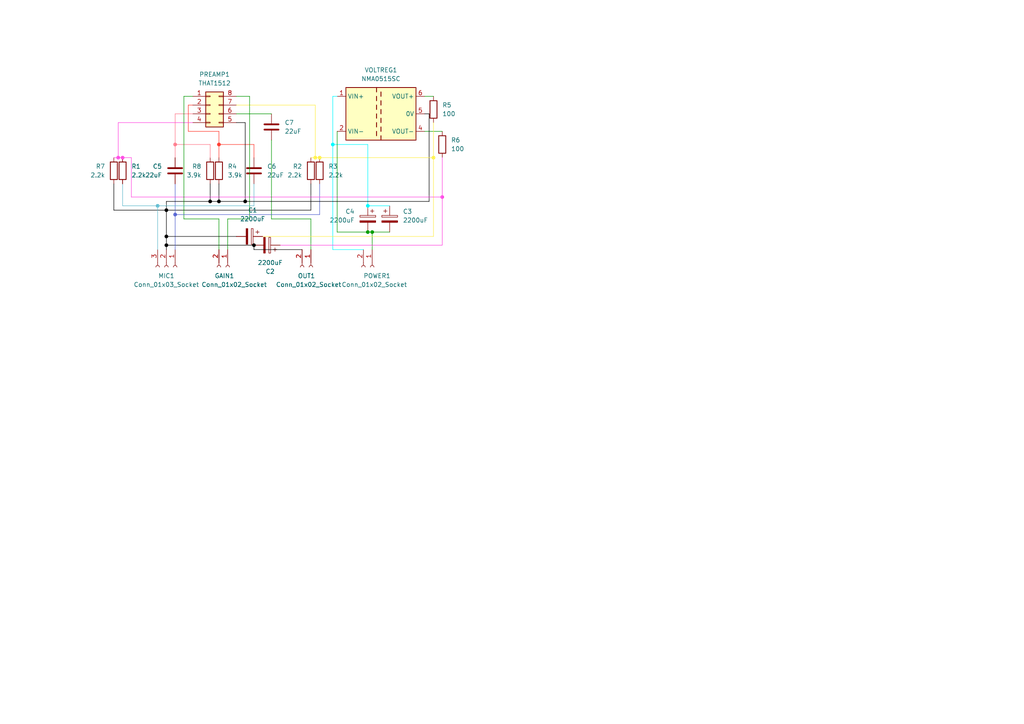
<source format=kicad_sch>
(kicad_sch (version 20230121) (generator eeschema)

  (uuid 7951d17e-10c0-40da-abb1-320b92354250)

  (paper "A4")

  (lib_symbols
    (symbol "Connector:Conn_01x02_Socket" (pin_names (offset 1.016) hide) (in_bom yes) (on_board yes)
      (property "Reference" "J" (at 0 2.54 0)
        (effects (font (size 1.27 1.27)))
      )
      (property "Value" "Conn_01x02_Socket" (at 0 -5.08 0)
        (effects (font (size 1.27 1.27)))
      )
      (property "Footprint" "" (at 0 0 0)
        (effects (font (size 1.27 1.27)) hide)
      )
      (property "Datasheet" "~" (at 0 0 0)
        (effects (font (size 1.27 1.27)) hide)
      )
      (property "ki_locked" "" (at 0 0 0)
        (effects (font (size 1.27 1.27)))
      )
      (property "ki_keywords" "connector" (at 0 0 0)
        (effects (font (size 1.27 1.27)) hide)
      )
      (property "ki_description" "Generic connector, single row, 01x02, script generated" (at 0 0 0)
        (effects (font (size 1.27 1.27)) hide)
      )
      (property "ki_fp_filters" "Connector*:*_1x??_*" (at 0 0 0)
        (effects (font (size 1.27 1.27)) hide)
      )
      (symbol "Conn_01x02_Socket_1_1"
        (arc (start 0 -2.032) (mid -0.5058 -2.54) (end 0 -3.048)
          (stroke (width 0.1524) (type default))
          (fill (type none))
        )
        (polyline
          (pts
            (xy -1.27 -2.54)
            (xy -0.508 -2.54)
          )
          (stroke (width 0.1524) (type default))
          (fill (type none))
        )
        (polyline
          (pts
            (xy -1.27 0)
            (xy -0.508 0)
          )
          (stroke (width 0.1524) (type default))
          (fill (type none))
        )
        (arc (start 0 0.508) (mid -0.5058 0) (end 0 -0.508)
          (stroke (width 0.1524) (type default))
          (fill (type none))
        )
        (pin passive line (at -5.08 0 0) (length 3.81)
          (name "Pin_1" (effects (font (size 1.27 1.27))))
          (number "1" (effects (font (size 1.27 1.27))))
        )
        (pin passive line (at -5.08 -2.54 0) (length 3.81)
          (name "Pin_2" (effects (font (size 1.27 1.27))))
          (number "2" (effects (font (size 1.27 1.27))))
        )
      )
    )
    (symbol "Connector:Conn_01x03_Socket" (pin_names (offset 1.016) hide) (in_bom yes) (on_board yes)
      (property "Reference" "J" (at 0 5.08 0)
        (effects (font (size 1.27 1.27)))
      )
      (property "Value" "Conn_01x03_Socket" (at 0 -5.08 0)
        (effects (font (size 1.27 1.27)))
      )
      (property "Footprint" "" (at 0 0 0)
        (effects (font (size 1.27 1.27)) hide)
      )
      (property "Datasheet" "~" (at 0 0 0)
        (effects (font (size 1.27 1.27)) hide)
      )
      (property "ki_locked" "" (at 0 0 0)
        (effects (font (size 1.27 1.27)))
      )
      (property "ki_keywords" "connector" (at 0 0 0)
        (effects (font (size 1.27 1.27)) hide)
      )
      (property "ki_description" "Generic connector, single row, 01x03, script generated" (at 0 0 0)
        (effects (font (size 1.27 1.27)) hide)
      )
      (property "ki_fp_filters" "Connector*:*_1x??_*" (at 0 0 0)
        (effects (font (size 1.27 1.27)) hide)
      )
      (symbol "Conn_01x03_Socket_1_1"
        (arc (start 0 -2.032) (mid -0.5058 -2.54) (end 0 -3.048)
          (stroke (width 0.1524) (type default))
          (fill (type none))
        )
        (polyline
          (pts
            (xy -1.27 -2.54)
            (xy -0.508 -2.54)
          )
          (stroke (width 0.1524) (type default))
          (fill (type none))
        )
        (polyline
          (pts
            (xy -1.27 0)
            (xy -0.508 0)
          )
          (stroke (width 0.1524) (type default))
          (fill (type none))
        )
        (polyline
          (pts
            (xy -1.27 2.54)
            (xy -0.508 2.54)
          )
          (stroke (width 0.1524) (type default))
          (fill (type none))
        )
        (arc (start 0 0.508) (mid -0.5058 0) (end 0 -0.508)
          (stroke (width 0.1524) (type default))
          (fill (type none))
        )
        (arc (start 0 3.048) (mid -0.5058 2.54) (end 0 2.032)
          (stroke (width 0.1524) (type default))
          (fill (type none))
        )
        (pin passive line (at -5.08 2.54 0) (length 3.81)
          (name "Pin_1" (effects (font (size 1.27 1.27))))
          (number "1" (effects (font (size 1.27 1.27))))
        )
        (pin passive line (at -5.08 0 0) (length 3.81)
          (name "Pin_2" (effects (font (size 1.27 1.27))))
          (number "2" (effects (font (size 1.27 1.27))))
        )
        (pin passive line (at -5.08 -2.54 0) (length 3.81)
          (name "Pin_3" (effects (font (size 1.27 1.27))))
          (number "3" (effects (font (size 1.27 1.27))))
        )
      )
    )
    (symbol "Connector_Generic:Conn_02x04_Counter_Clockwise" (pin_names (offset 1.016) hide) (in_bom yes) (on_board yes)
      (property "Reference" "J" (at 1.27 5.08 0)
        (effects (font (size 1.27 1.27)))
      )
      (property "Value" "Conn_02x04_Counter_Clockwise" (at 1.27 -7.62 0)
        (effects (font (size 1.27 1.27)))
      )
      (property "Footprint" "" (at 0 0 0)
        (effects (font (size 1.27 1.27)) hide)
      )
      (property "Datasheet" "~" (at 0 0 0)
        (effects (font (size 1.27 1.27)) hide)
      )
      (property "ki_keywords" "connector" (at 0 0 0)
        (effects (font (size 1.27 1.27)) hide)
      )
      (property "ki_description" "Generic connector, double row, 02x04, counter clockwise pin numbering scheme (similar to DIP package numbering), script generated (kicad-library-utils/schlib/autogen/connector/)" (at 0 0 0)
        (effects (font (size 1.27 1.27)) hide)
      )
      (property "ki_fp_filters" "Connector*:*_2x??_*" (at 0 0 0)
        (effects (font (size 1.27 1.27)) hide)
      )
      (symbol "Conn_02x04_Counter_Clockwise_1_1"
        (rectangle (start -1.27 -4.953) (end 0 -5.207)
          (stroke (width 0.1524) (type default))
          (fill (type none))
        )
        (rectangle (start -1.27 -2.413) (end 0 -2.667)
          (stroke (width 0.1524) (type default))
          (fill (type none))
        )
        (rectangle (start -1.27 0.127) (end 0 -0.127)
          (stroke (width 0.1524) (type default))
          (fill (type none))
        )
        (rectangle (start -1.27 2.667) (end 0 2.413)
          (stroke (width 0.1524) (type default))
          (fill (type none))
        )
        (rectangle (start -1.27 3.81) (end 3.81 -6.35)
          (stroke (width 0.254) (type default))
          (fill (type background))
        )
        (rectangle (start 3.81 -4.953) (end 2.54 -5.207)
          (stroke (width 0.1524) (type default))
          (fill (type none))
        )
        (rectangle (start 3.81 -2.413) (end 2.54 -2.667)
          (stroke (width 0.1524) (type default))
          (fill (type none))
        )
        (rectangle (start 3.81 0.127) (end 2.54 -0.127)
          (stroke (width 0.1524) (type default))
          (fill (type none))
        )
        (rectangle (start 3.81 2.667) (end 2.54 2.413)
          (stroke (width 0.1524) (type default))
          (fill (type none))
        )
        (pin passive line (at -5.08 2.54 0) (length 3.81)
          (name "Pin_1" (effects (font (size 1.27 1.27))))
          (number "1" (effects (font (size 1.27 1.27))))
        )
        (pin passive line (at -5.08 0 0) (length 3.81)
          (name "Pin_2" (effects (font (size 1.27 1.27))))
          (number "2" (effects (font (size 1.27 1.27))))
        )
        (pin passive line (at -5.08 -2.54 0) (length 3.81)
          (name "Pin_3" (effects (font (size 1.27 1.27))))
          (number "3" (effects (font (size 1.27 1.27))))
        )
        (pin passive line (at -5.08 -5.08 0) (length 3.81)
          (name "Pin_4" (effects (font (size 1.27 1.27))))
          (number "4" (effects (font (size 1.27 1.27))))
        )
        (pin passive line (at 7.62 -5.08 180) (length 3.81)
          (name "Pin_5" (effects (font (size 1.27 1.27))))
          (number "5" (effects (font (size 1.27 1.27))))
        )
        (pin passive line (at 7.62 -2.54 180) (length 3.81)
          (name "Pin_6" (effects (font (size 1.27 1.27))))
          (number "6" (effects (font (size 1.27 1.27))))
        )
        (pin passive line (at 7.62 0 180) (length 3.81)
          (name "Pin_7" (effects (font (size 1.27 1.27))))
          (number "7" (effects (font (size 1.27 1.27))))
        )
        (pin passive line (at 7.62 2.54 180) (length 3.81)
          (name "Pin_8" (effects (font (size 1.27 1.27))))
          (number "8" (effects (font (size 1.27 1.27))))
        )
      )
    )
    (symbol "Device:C" (pin_numbers hide) (pin_names (offset 0.254)) (in_bom yes) (on_board yes)
      (property "Reference" "C" (at 0.635 2.54 0)
        (effects (font (size 1.27 1.27)) (justify left))
      )
      (property "Value" "C" (at 0.635 -2.54 0)
        (effects (font (size 1.27 1.27)) (justify left))
      )
      (property "Footprint" "" (at 0.9652 -3.81 0)
        (effects (font (size 1.27 1.27)) hide)
      )
      (property "Datasheet" "~" (at 0 0 0)
        (effects (font (size 1.27 1.27)) hide)
      )
      (property "ki_keywords" "cap capacitor" (at 0 0 0)
        (effects (font (size 1.27 1.27)) hide)
      )
      (property "ki_description" "Unpolarized capacitor" (at 0 0 0)
        (effects (font (size 1.27 1.27)) hide)
      )
      (property "ki_fp_filters" "C_*" (at 0 0 0)
        (effects (font (size 1.27 1.27)) hide)
      )
      (symbol "C_0_1"
        (polyline
          (pts
            (xy -2.032 -0.762)
            (xy 2.032 -0.762)
          )
          (stroke (width 0.508) (type default))
          (fill (type none))
        )
        (polyline
          (pts
            (xy -2.032 0.762)
            (xy 2.032 0.762)
          )
          (stroke (width 0.508) (type default))
          (fill (type none))
        )
      )
      (symbol "C_1_1"
        (pin passive line (at 0 3.81 270) (length 2.794)
          (name "~" (effects (font (size 1.27 1.27))))
          (number "1" (effects (font (size 1.27 1.27))))
        )
        (pin passive line (at 0 -3.81 90) (length 2.794)
          (name "~" (effects (font (size 1.27 1.27))))
          (number "2" (effects (font (size 1.27 1.27))))
        )
      )
    )
    (symbol "Device:C_Polarized" (pin_numbers hide) (pin_names (offset 0.254)) (in_bom yes) (on_board yes)
      (property "Reference" "C" (at 0.635 2.54 0)
        (effects (font (size 1.27 1.27)) (justify left))
      )
      (property "Value" "C_Polarized" (at 0.635 -2.54 0)
        (effects (font (size 1.27 1.27)) (justify left))
      )
      (property "Footprint" "" (at 0.9652 -3.81 0)
        (effects (font (size 1.27 1.27)) hide)
      )
      (property "Datasheet" "~" (at 0 0 0)
        (effects (font (size 1.27 1.27)) hide)
      )
      (property "ki_keywords" "cap capacitor" (at 0 0 0)
        (effects (font (size 1.27 1.27)) hide)
      )
      (property "ki_description" "Polarized capacitor" (at 0 0 0)
        (effects (font (size 1.27 1.27)) hide)
      )
      (property "ki_fp_filters" "CP_*" (at 0 0 0)
        (effects (font (size 1.27 1.27)) hide)
      )
      (symbol "C_Polarized_0_1"
        (rectangle (start -2.286 0.508) (end 2.286 1.016)
          (stroke (width 0) (type default))
          (fill (type none))
        )
        (polyline
          (pts
            (xy -1.778 2.286)
            (xy -0.762 2.286)
          )
          (stroke (width 0) (type default))
          (fill (type none))
        )
        (polyline
          (pts
            (xy -1.27 2.794)
            (xy -1.27 1.778)
          )
          (stroke (width 0) (type default))
          (fill (type none))
        )
        (rectangle (start 2.286 -0.508) (end -2.286 -1.016)
          (stroke (width 0) (type default))
          (fill (type outline))
        )
      )
      (symbol "C_Polarized_1_1"
        (pin passive line (at 0 3.81 270) (length 2.794)
          (name "~" (effects (font (size 1.27 1.27))))
          (number "1" (effects (font (size 1.27 1.27))))
        )
        (pin passive line (at 0 -3.81 90) (length 2.794)
          (name "~" (effects (font (size 1.27 1.27))))
          (number "2" (effects (font (size 1.27 1.27))))
        )
      )
    )
    (symbol "Device:R" (pin_numbers hide) (pin_names (offset 0)) (in_bom yes) (on_board yes)
      (property "Reference" "R" (at 2.032 0 90)
        (effects (font (size 1.27 1.27)))
      )
      (property "Value" "R" (at 0 0 90)
        (effects (font (size 1.27 1.27)))
      )
      (property "Footprint" "" (at -1.778 0 90)
        (effects (font (size 1.27 1.27)) hide)
      )
      (property "Datasheet" "~" (at 0 0 0)
        (effects (font (size 1.27 1.27)) hide)
      )
      (property "ki_keywords" "R res resistor" (at 0 0 0)
        (effects (font (size 1.27 1.27)) hide)
      )
      (property "ki_description" "Resistor" (at 0 0 0)
        (effects (font (size 1.27 1.27)) hide)
      )
      (property "ki_fp_filters" "R_*" (at 0 0 0)
        (effects (font (size 1.27 1.27)) hide)
      )
      (symbol "R_0_1"
        (rectangle (start -1.016 -2.54) (end 1.016 2.54)
          (stroke (width 0.254) (type default))
          (fill (type none))
        )
      )
      (symbol "R_1_1"
        (pin passive line (at 0 3.81 270) (length 1.27)
          (name "~" (effects (font (size 1.27 1.27))))
          (number "1" (effects (font (size 1.27 1.27))))
        )
        (pin passive line (at 0 -3.81 90) (length 1.27)
          (name "~" (effects (font (size 1.27 1.27))))
          (number "2" (effects (font (size 1.27 1.27))))
        )
      )
    )
    (symbol "Regulator_Switching:NMA0515SC" (in_bom yes) (on_board yes)
      (property "Reference" "U" (at -10.16 8.89 0)
        (effects (font (size 1.27 1.27)) (justify left))
      )
      (property "Value" "NMA0515SC" (at 0 8.89 0)
        (effects (font (size 1.27 1.27)) (justify left))
      )
      (property "Footprint" "Converter_DCDC:Converter_DCDC_Murata_NMAxxxxSC_THT" (at 0 -8.89 0)
        (effects (font (size 1.27 1.27) italic) hide)
      )
      (property "Datasheet" "http://power.murata.com/data/power/ncl/kdc_nma.pdf" (at 0 0 0)
        (effects (font (size 1.27 1.27)) hide)
      )
      (property "ki_keywords" "Murata isolated isolation dc-dc converter" (at 0 0 0)
        (effects (font (size 1.27 1.27)) hide)
      )
      (property "ki_description" "+/-33mA Isolated 1W Dual output DC/DC Converter Module, 5V Input Voltage, +/-15V Output Voltage, SIP3" (at 0 0 0)
        (effects (font (size 1.27 1.27)) hide)
      )
      (property "ki_fp_filters" "Converter*DCDC*Murata*NMAxxxxSC*" (at 0 0 0)
        (effects (font (size 1.27 1.27)) hide)
      )
      (symbol "NMA0515SC_0_1"
        (rectangle (start -10.16 7.62) (end 10.16 -7.62)
          (stroke (width 0.254) (type default))
          (fill (type background))
        )
        (polyline
          (pts
            (xy -1.27 -5.08)
            (xy -1.27 -6.35)
          )
          (stroke (width 0.254) (type default))
          (fill (type none))
        )
        (polyline
          (pts
            (xy -1.27 -2.54)
            (xy -1.27 -3.81)
          )
          (stroke (width 0.254) (type default))
          (fill (type none))
        )
        (polyline
          (pts
            (xy -1.27 0)
            (xy -1.27 -1.27)
          )
          (stroke (width 0.254) (type default))
          (fill (type none))
        )
        (polyline
          (pts
            (xy -1.27 2.54)
            (xy -1.27 1.27)
          )
          (stroke (width 0.254) (type default))
          (fill (type none))
        )
        (polyline
          (pts
            (xy -1.27 5.08)
            (xy -1.27 3.81)
          )
          (stroke (width 0.254) (type default))
          (fill (type none))
        )
        (polyline
          (pts
            (xy -1.27 7.62)
            (xy -1.27 6.35)
          )
          (stroke (width 0.254) (type default))
          (fill (type none))
        )
        (polyline
          (pts
            (xy 0 -7.62)
            (xy 0 -6.35)
          )
          (stroke (width 0.254) (type default))
          (fill (type none))
        )
        (polyline
          (pts
            (xy 0 -5.08)
            (xy 0 -3.81)
          )
          (stroke (width 0.254) (type default))
          (fill (type none))
        )
        (polyline
          (pts
            (xy 0 -1.27)
            (xy 0 -2.54)
          )
          (stroke (width 0.254) (type default))
          (fill (type none))
        )
        (polyline
          (pts
            (xy 0 0)
            (xy 0 1.27)
          )
          (stroke (width 0.254) (type default))
          (fill (type none))
        )
        (polyline
          (pts
            (xy 0 2.54)
            (xy 0 3.81)
          )
          (stroke (width 0.254) (type default))
          (fill (type none))
        )
        (polyline
          (pts
            (xy 0 5.08)
            (xy 0 6.35)
          )
          (stroke (width 0.254) (type default))
          (fill (type none))
        )
      )
      (symbol "NMA0515SC_1_1"
        (pin power_in line (at -12.7 5.08 0) (length 2.54)
          (name "VIN+" (effects (font (size 1.27 1.27))))
          (number "1" (effects (font (size 1.27 1.27))))
        )
        (pin power_in line (at -12.7 -5.08 0) (length 2.54)
          (name "VIN-" (effects (font (size 1.27 1.27))))
          (number "2" (effects (font (size 1.27 1.27))))
        )
        (pin power_out line (at 12.7 -5.08 180) (length 2.54)
          (name "VOUT-" (effects (font (size 1.27 1.27))))
          (number "4" (effects (font (size 1.27 1.27))))
        )
        (pin power_out line (at 12.7 0 180) (length 2.54)
          (name "0V" (effects (font (size 1.27 1.27))))
          (number "5" (effects (font (size 1.27 1.27))))
        )
        (pin power_out line (at 12.7 5.08 180) (length 2.54)
          (name "VOUT+" (effects (font (size 1.27 1.27))))
          (number "6" (effects (font (size 1.27 1.27))))
        )
      )
    )
  )

  (junction (at 48.26 68.58) (diameter 0) (color 0 0 0 1)
    (uuid 0094d8b0-52cf-4ad4-bdeb-33ab89b52a6a)
  )
  (junction (at 106.68 59.69) (diameter 0) (color 0 248 255 1)
    (uuid 387683f0-4133-4452-bf98-ecb6d4fe73c8)
  )
  (junction (at 107.95 67.31) (diameter 0) (color 0 0 0 0)
    (uuid 38faa215-d9a3-45d1-8044-bf4909401dc0)
  )
  (junction (at 125.73 45.72) (diameter 0) (color 255 237 75 1)
    (uuid 3e3a01a7-d755-42c1-a8fb-b85105d87f12)
  )
  (junction (at 35.56 45.72) (diameter 0) (color 255 73 224 1)
    (uuid 414d3b35-b6d1-4afd-8ead-86eb582154cb)
  )
  (junction (at 45.72 59.69) (diameter 0) (color 97 185 205 1)
    (uuid 60038228-9ad4-4840-8c24-adaf561ab3ff)
  )
  (junction (at 48.26 60.96) (diameter 0) (color 0 0 0 1)
    (uuid 7ef52e5d-f930-4ae6-9124-945e7c1a36b3)
  )
  (junction (at 50.8 62.23) (diameter 0) (color 83 97 205 1)
    (uuid 7fd21a0e-a6db-4558-8d8b-57980208b04b)
  )
  (junction (at 34.29 45.72) (diameter 0) (color 255 73 224 1)
    (uuid 9666233b-67af-46ee-9dae-51afb57cd62d)
  )
  (junction (at 63.5 41.91) (diameter 0) (color 255 57 45 1)
    (uuid a9c7adc0-3f00-4a8e-beca-8d36b51c8187)
  )
  (junction (at 60.96 58.42) (diameter 0) (color 0 0 0 1)
    (uuid ac4ba592-624c-469b-934c-9cbf1753f53a)
  )
  (junction (at 73.66 71.12) (diameter 0) (color 0 0 0 1)
    (uuid ba720ea7-050a-4440-aa01-0af6f75893c7)
  )
  (junction (at 50.8 41.91) (diameter 0) (color 255 120 137 1)
    (uuid cd2530a3-66ce-4b83-a4d0-5374244fdece)
  )
  (junction (at 63.5 58.42) (diameter 0) (color 0 0 0 1)
    (uuid d72ca0b9-0969-4538-bd5f-ecc4b8554f5f)
  )
  (junction (at 48.26 71.12) (diameter 0) (color 0 0 0 1)
    (uuid d7455ed4-4bc3-48ea-8262-048c6be92501)
  )
  (junction (at 92.71 45.72) (diameter 0) (color 255 237 75 1)
    (uuid e6d06bbf-39f1-43eb-8fa7-bad37b9b891b)
  )
  (junction (at 96.52 41.91) (diameter 0) (color 0 248 255 1)
    (uuid ea119bf3-0643-4f49-bcbb-3bcc1241d5c2)
  )
  (junction (at 128.27 57.15) (diameter 0) (color 255 73 224 1)
    (uuid eb59a7d8-c3c0-4581-a3ab-93a43379e2e1)
  )
  (junction (at 91.44 45.72) (diameter 0) (color 255 237 75 1)
    (uuid efb773ed-de52-4a19-b732-e0dad396f530)
  )
  (junction (at 106.68 67.31) (diameter 0) (color 0 0 0 0)
    (uuid f18ebbf9-3837-4a02-8d2a-b6fd483732de)
  )
  (junction (at 71.12 58.42) (diameter 0) (color 0 0 0 1)
    (uuid fa78f99a-f6ac-4154-b615-4f3d8655ccd3)
  )

  (wire (pts (xy 106.68 59.69) (xy 106.68 41.91))
    (stroke (width 0) (type default) (color 0 248 255 1))
    (uuid 0590b794-bcc2-4ad6-9824-1fd7acbaffde)
  )
  (wire (pts (xy 71.12 35.56) (xy 71.12 58.42))
    (stroke (width 0) (type default) (color 0 0 0 1))
    (uuid 0ed628e0-5036-48c7-810a-11224feb2678)
  )
  (wire (pts (xy 34.29 45.72) (xy 33.02 45.72))
    (stroke (width 0) (type default) (color 255 73 224 1))
    (uuid 0f956dc1-a630-494f-b7c0-5bd00ebafecd)
  )
  (wire (pts (xy 87.63 72.39) (xy 73.66 72.39))
    (stroke (width 0) (type default) (color 0 0 0 1))
    (uuid 13cbd299-a932-4160-a2cf-cd679b0ccc66)
  )
  (wire (pts (xy 66.04 72.39) (xy 66.04 63.5))
    (stroke (width 0) (type default))
    (uuid 1707e10d-0bcf-4819-9051-3091f809d28f)
  )
  (wire (pts (xy 48.26 68.58) (xy 48.26 71.12))
    (stroke (width 0) (type default) (color 0 0 0 1))
    (uuid 1933f4f3-590e-4031-b874-34dd953ffdf2)
  )
  (wire (pts (xy 128.27 57.15) (xy 128.27 45.72))
    (stroke (width 0) (type default) (color 255 73 224 1))
    (uuid 1a02d55e-f8bb-447e-a088-964bc08c69bf)
  )
  (wire (pts (xy 92.71 53.34) (xy 92.71 62.23))
    (stroke (width 0) (type default) (color 83 97 205 1))
    (uuid 1b977690-3607-4927-b047-251c86686cce)
  )
  (wire (pts (xy 90.17 60.96) (xy 48.26 60.96))
    (stroke (width 0) (type default) (color 0 0 0 1))
    (uuid 1de453eb-5031-48a8-86f8-beeaa8240bf0)
  )
  (wire (pts (xy 38.1 45.72) (xy 38.1 57.15))
    (stroke (width 0) (type default) (color 255 73 224 1))
    (uuid 257744e0-4062-4b36-9bc4-8491b88d6afc)
  )
  (wire (pts (xy 91.44 30.48) (xy 91.44 45.72))
    (stroke (width 0) (type default) (color 255 237 75 1))
    (uuid 2752f999-ebb4-494f-821b-eb869892da61)
  )
  (wire (pts (xy 38.1 57.15) (xy 128.27 57.15))
    (stroke (width 0) (type default) (color 255 73 224 1))
    (uuid 283a1d59-fa3e-43ec-9450-2a0754f77b65)
  )
  (wire (pts (xy 48.26 58.42) (xy 48.26 60.96))
    (stroke (width 0) (type default) (color 0 0 0 1))
    (uuid 2d3c1386-53d5-43e9-bccf-168348fb77ba)
  )
  (wire (pts (xy 60.96 41.91) (xy 60.96 45.72))
    (stroke (width 0) (type default) (color 255 120 137 1))
    (uuid 31938792-3626-4386-a766-b880ffc847ab)
  )
  (wire (pts (xy 68.58 33.02) (xy 78.74 33.02))
    (stroke (width 0) (type default))
    (uuid 31e1c9a0-65db-497d-a341-c581c86a87a2)
  )
  (wire (pts (xy 66.04 63.5) (xy 72.39 63.5))
    (stroke (width 0) (type default))
    (uuid 323bf1db-810d-4bd2-9387-a5d0707f6cf2)
  )
  (wire (pts (xy 35.56 59.69) (xy 45.72 59.69))
    (stroke (width 0) (type default) (color 97 185 205 1))
    (uuid 363c2bd2-47fd-4e12-bb24-579a186bffec)
  )
  (wire (pts (xy 63.5 72.39) (xy 63.5 63.5))
    (stroke (width 0) (type default))
    (uuid 374ef7a4-b868-4e5f-929f-fd8a3e56aeb6)
  )
  (wire (pts (xy 48.26 68.58) (xy 68.58 68.58))
    (stroke (width 0) (type default) (color 0 0 0 1))
    (uuid 3bfe3e85-2558-4448-9897-194d3a814d49)
  )
  (wire (pts (xy 125.73 35.56) (xy 125.73 45.72))
    (stroke (width 0) (type default) (color 255 237 75 1))
    (uuid 3d949d2a-9c5c-4da2-b9c6-d84efdff082a)
  )
  (wire (pts (xy 128.27 71.12) (xy 128.27 57.15))
    (stroke (width 0) (type default) (color 255 73 224 1))
    (uuid 3f50d108-72c3-4b9b-8f34-83ce8561f797)
  )
  (wire (pts (xy 78.74 40.64) (xy 78.74 63.5))
    (stroke (width 0) (type default))
    (uuid 428428f9-ccaf-42fe-bfd1-4992a995a55c)
  )
  (wire (pts (xy 123.19 33.02) (xy 124.46 33.02))
    (stroke (width 0) (type default) (color 0 0 0 1))
    (uuid 4d72829a-d4c0-475d-a56b-537d92cfa6cd)
  )
  (wire (pts (xy 50.8 45.72) (xy 50.8 41.91))
    (stroke (width 0) (type default) (color 255 120 137 1))
    (uuid 51c6dae1-6f43-4153-9e56-f457a5c4da06)
  )
  (wire (pts (xy 90.17 63.5) (xy 90.17 72.39))
    (stroke (width 0) (type default))
    (uuid 52c3c035-b906-4fbb-835f-0d96bc1f2d18)
  )
  (wire (pts (xy 92.71 45.72) (xy 125.73 45.72))
    (stroke (width 0) (type default) (color 255 237 75 1))
    (uuid 5449524c-7f03-46e1-8e5d-ac57e829d19d)
  )
  (wire (pts (xy 123.19 27.94) (xy 125.73 27.94))
    (stroke (width 0) (type default))
    (uuid 583548b9-fd85-471f-acf1-0034a2926ba6)
  )
  (wire (pts (xy 96.52 41.91) (xy 96.52 27.94))
    (stroke (width 0) (type default) (color 0 248 255 1))
    (uuid 650f459f-a079-482b-bac9-65815c56aa94)
  )
  (wire (pts (xy 35.56 53.34) (xy 35.56 59.69))
    (stroke (width 0) (type default) (color 97 185 205 1))
    (uuid 655d1972-88de-4f09-be36-96174568317d)
  )
  (wire (pts (xy 107.95 67.31) (xy 113.03 67.31))
    (stroke (width 0) (type default))
    (uuid 66b7c3bb-b8c7-405b-ac9e-9b05f4794df5)
  )
  (wire (pts (xy 45.72 59.69) (xy 45.72 72.39))
    (stroke (width 0) (type default) (color 97 185 205 1))
    (uuid 694f4410-9063-44a7-a228-ed4628e3f15b)
  )
  (wire (pts (xy 54.61 38.1) (xy 54.61 30.48))
    (stroke (width 0) (type default) (color 255 57 45 1))
    (uuid 6c12aba7-d609-46b5-ae14-5edbeb2700c9)
  )
  (wire (pts (xy 81.28 71.12) (xy 128.27 71.12))
    (stroke (width 0) (type default) (color 255 73 224 1))
    (uuid 6c37a5c9-3e2c-4202-b911-974695384835)
  )
  (wire (pts (xy 53.34 63.5) (xy 53.34 27.94))
    (stroke (width 0) (type default))
    (uuid 7896d8ca-22b2-4e17-b16a-60852ca56304)
  )
  (wire (pts (xy 63.5 41.91) (xy 73.66 41.91))
    (stroke (width 0) (type default) (color 255 57 45 1))
    (uuid 79cd52ed-9620-4386-a5a4-028c19d90e85)
  )
  (wire (pts (xy 97.79 67.31) (xy 97.79 38.1))
    (stroke (width 0) (type default))
    (uuid 7cf5053c-92ea-4d4d-a219-946aec4de1b8)
  )
  (wire (pts (xy 63.5 58.42) (xy 60.96 58.42))
    (stroke (width 0) (type default) (color 0 0 0 1))
    (uuid 7d4bfc07-538d-420c-bd7e-2cc02f89474f)
  )
  (wire (pts (xy 71.12 35.56) (xy 68.58 35.56))
    (stroke (width 0) (type default) (color 0 0 0 1))
    (uuid 7d72d506-a40a-4614-a6f5-05d3b785be2f)
  )
  (wire (pts (xy 125.73 68.58) (xy 76.2 68.58))
    (stroke (width 0) (type default) (color 255 237 75 1))
    (uuid 7eeada64-15e6-41de-93e4-3f10797261bb)
  )
  (wire (pts (xy 73.66 53.34) (xy 73.66 59.69))
    (stroke (width 0) (type default) (color 97 185 205 1))
    (uuid 823e6202-8da0-4fe0-8c44-9082a68893af)
  )
  (wire (pts (xy 50.8 41.91) (xy 60.96 41.91))
    (stroke (width 0) (type default) (color 255 120 137 1))
    (uuid 881c6fdc-6444-43da-8fc3-2b8781846a39)
  )
  (wire (pts (xy 106.68 41.91) (xy 96.52 41.91))
    (stroke (width 0) (type default) (color 0 248 255 1))
    (uuid 88a5db2f-2233-493a-babf-9c515b30e7b7)
  )
  (wire (pts (xy 34.29 35.56) (xy 34.29 45.72))
    (stroke (width 0) (type default) (color 255 73 224 1))
    (uuid 8f4c50a1-c2cb-4202-9be2-2655acdbfcd0)
  )
  (wire (pts (xy 106.68 67.31) (xy 107.95 67.31))
    (stroke (width 0) (type default))
    (uuid 9328bc53-3092-41ca-b7b9-f97cc6af1533)
  )
  (wire (pts (xy 48.26 71.12) (xy 48.26 72.39))
    (stroke (width 0) (type default) (color 0 0 0 1))
    (uuid 93725b07-03e6-483a-9cc4-16221c1044ed)
  )
  (wire (pts (xy 60.96 53.34) (xy 60.96 58.42))
    (stroke (width 0) (type default) (color 0 0 0 1))
    (uuid 948a645f-2ce9-4cdb-a960-c6d0c40856c5)
  )
  (wire (pts (xy 92.71 62.23) (xy 50.8 62.23))
    (stroke (width 0) (type default) (color 83 97 205 1))
    (uuid 9b7085a6-3b71-4a8c-bfa0-e4855ab34252)
  )
  (wire (pts (xy 78.74 63.5) (xy 90.17 63.5))
    (stroke (width 0) (type default))
    (uuid a13fa5a0-fced-4613-9778-6aaa8187d6cd)
  )
  (wire (pts (xy 91.44 30.48) (xy 68.58 30.48))
    (stroke (width 0) (type default) (color 255 237 75 1))
    (uuid a1911e22-68f3-497c-9ae3-17f3bda7f752)
  )
  (wire (pts (xy 50.8 33.02) (xy 50.8 41.91))
    (stroke (width 0) (type default) (color 255 120 137 1))
    (uuid a249c730-1c05-4309-bf21-fcd5fe08761e)
  )
  (wire (pts (xy 90.17 45.72) (xy 91.44 45.72))
    (stroke (width 0) (type default) (color 255 237 75 1))
    (uuid a7479ec5-e3bc-4994-bd38-b44e91e298d6)
  )
  (wire (pts (xy 73.66 72.39) (xy 73.66 71.12))
    (stroke (width 0) (type default) (color 0 0 0 1))
    (uuid ad01f89a-91b7-4dcc-abd7-9de835b18af3)
  )
  (wire (pts (xy 96.52 72.39) (xy 105.41 72.39))
    (stroke (width 0) (type default) (color 0 248 255 1))
    (uuid aea92440-7f14-4929-85d2-2f99039081fd)
  )
  (wire (pts (xy 53.34 27.94) (xy 55.88 27.94))
    (stroke (width 0) (type default))
    (uuid b28ad534-f9b3-444a-8947-bc289f830e90)
  )
  (wire (pts (xy 35.56 45.72) (xy 38.1 45.72))
    (stroke (width 0) (type default) (color 255 73 224 1))
    (uuid b44e5ef4-fec0-4215-878d-aa4715f7fcfc)
  )
  (wire (pts (xy 90.17 53.34) (xy 90.17 60.96))
    (stroke (width 0) (type default) (color 0 0 0 1))
    (uuid b868528a-2d94-4f66-82e6-1e3e267b5120)
  )
  (wire (pts (xy 50.8 62.23) (xy 50.8 72.39))
    (stroke (width 0) (type default) (color 83 97 205 1))
    (uuid bf1838d7-d44d-47c4-9102-ba76f4c9da75)
  )
  (wire (pts (xy 73.66 45.72) (xy 73.66 41.91))
    (stroke (width 0) (type default) (color 255 57 45 1))
    (uuid bf9bf465-3287-414a-9c9d-5e4c98d1cbf0)
  )
  (wire (pts (xy 73.66 59.69) (xy 45.72 59.69))
    (stroke (width 0) (type default) (color 97 185 205 1))
    (uuid c41b87fb-b40b-4e89-93fb-55eb8c8333fd)
  )
  (wire (pts (xy 63.5 53.34) (xy 63.5 58.42))
    (stroke (width 0) (type default) (color 0 0 0 1))
    (uuid c6db3da8-fb93-4610-8030-f525a607a783)
  )
  (wire (pts (xy 54.61 38.1) (xy 63.5 38.1))
    (stroke (width 0) (type default) (color 255 57 45 1))
    (uuid c6e0197f-4f8d-4583-8e4c-140da540eaa4)
  )
  (wire (pts (xy 106.68 67.31) (xy 97.79 67.31))
    (stroke (width 0) (type default))
    (uuid c7536b19-3cee-46f2-9d98-4af2f4f29271)
  )
  (wire (pts (xy 96.52 41.91) (xy 96.52 72.39))
    (stroke (width 0) (type default) (color 0 248 255 1))
    (uuid c88940e2-ddff-4b86-865a-46510dc23537)
  )
  (wire (pts (xy 124.46 58.42) (xy 71.12 58.42))
    (stroke (width 0) (type default) (color 0 0 0 1))
    (uuid cac35c89-4783-4ed8-8a5c-b708ecf0d8d8)
  )
  (wire (pts (xy 33.02 60.96) (xy 48.26 60.96))
    (stroke (width 0) (type default) (color 0 0 0 1))
    (uuid cafaacf5-2b6a-4d18-b071-0dc73f0563b2)
  )
  (wire (pts (xy 48.26 60.96) (xy 48.26 68.58))
    (stroke (width 0) (type default) (color 0 0 0 1))
    (uuid cb456fe4-f0a1-4683-a64d-aebfc240e77a)
  )
  (wire (pts (xy 33.02 53.34) (xy 33.02 60.96))
    (stroke (width 0) (type default) (color 0 0 0 1))
    (uuid cc99ae72-9dba-4a90-9806-34fb1e7b3eb1)
  )
  (wire (pts (xy 71.12 58.42) (xy 63.5 58.42))
    (stroke (width 0) (type default) (color 0 0 0 1))
    (uuid cf6d19c8-d422-4195-86d7-1a4cb974583f)
  )
  (wire (pts (xy 60.96 58.42) (xy 48.26 58.42))
    (stroke (width 0) (type default) (color 0 0 0 1))
    (uuid cfa129e4-9dcb-4ac6-a337-9c4acb8bad74)
  )
  (wire (pts (xy 72.39 63.5) (xy 72.39 27.94))
    (stroke (width 0) (type default))
    (uuid cfb1ef01-07fd-45ba-aef6-d8335cd1e0ed)
  )
  (wire (pts (xy 125.73 45.72) (xy 125.73 68.58))
    (stroke (width 0) (type default) (color 255 237 75 1))
    (uuid d50c2a40-4556-4568-8b13-97a559965a00)
  )
  (wire (pts (xy 63.5 41.91) (xy 63.5 45.72))
    (stroke (width 0) (type default) (color 255 57 45 1))
    (uuid d6fe499c-6faf-4910-a608-1a43569b2369)
  )
  (wire (pts (xy 96.52 27.94) (xy 97.79 27.94))
    (stroke (width 0) (type default) (color 0 248 255 1))
    (uuid d8ed2434-8af5-47c2-8c7a-67d5ff43bfc4)
  )
  (wire (pts (xy 91.44 45.72) (xy 92.71 45.72))
    (stroke (width 0) (type default) (color 255 237 75 1))
    (uuid d9836408-4a71-4f3d-8a09-38baeb972458)
  )
  (wire (pts (xy 48.26 71.12) (xy 73.66 71.12))
    (stroke (width 0) (type default) (color 0 0 0 1))
    (uuid dc87aba2-8061-4991-8628-189d80d02efa)
  )
  (wire (pts (xy 54.61 30.48) (xy 55.88 30.48))
    (stroke (width 0) (type default) (color 255 57 45 1))
    (uuid df3cda6c-4534-4fdb-a9f5-3eda3f51ef96)
  )
  (wire (pts (xy 107.95 67.31) (xy 107.95 72.39))
    (stroke (width 0) (type default))
    (uuid e1538d3d-b82f-46fa-931c-c2428ce1eb6f)
  )
  (wire (pts (xy 124.46 33.02) (xy 124.46 58.42))
    (stroke (width 0) (type default) (color 0 0 0 1))
    (uuid e30939d1-375a-400d-9b11-2debdcc31cc2)
  )
  (wire (pts (xy 50.8 53.34) (xy 50.8 62.23))
    (stroke (width 0) (type default) (color 83 97 205 1))
    (uuid e7525084-04bb-43e9-9574-ac003fd13134)
  )
  (wire (pts (xy 63.5 38.1) (xy 63.5 41.91))
    (stroke (width 0) (type default) (color 255 57 45 1))
    (uuid e7a715d3-a1cf-4312-936c-7751b4f756e2)
  )
  (wire (pts (xy 34.29 45.72) (xy 35.56 45.72))
    (stroke (width 0) (type default) (color 255 73 224 1))
    (uuid eda39eda-42c1-47aa-856e-beae755e0049)
  )
  (wire (pts (xy 72.39 27.94) (xy 68.58 27.94))
    (stroke (width 0) (type default))
    (uuid ee23e75d-884f-4b5f-8b3f-9da453c6b12d)
  )
  (wire (pts (xy 63.5 63.5) (xy 53.34 63.5))
    (stroke (width 0) (type default))
    (uuid f899b58c-666e-4eb1-8361-1d1516dd8d09)
  )
  (wire (pts (xy 106.68 59.69) (xy 113.03 59.69))
    (stroke (width 0) (type default) (color 0 248 255 1))
    (uuid f94bbaa8-2f19-4618-b6de-7da6e8d711df)
  )
  (wire (pts (xy 55.88 33.02) (xy 50.8 33.02))
    (stroke (width 0) (type default) (color 255 120 137 1))
    (uuid f98e85fc-1dc0-43ed-82ec-24e4e231ef3a)
  )
  (wire (pts (xy 123.19 38.1) (xy 128.27 38.1))
    (stroke (width 0) (type default))
    (uuid fc49e718-5e2d-49af-9455-9028c8842db5)
  )
  (wire (pts (xy 34.29 35.56) (xy 55.88 35.56))
    (stroke (width 0) (type default) (color 255 73 224 1))
    (uuid fda36933-58f9-41a2-9ce4-0bac526c292a)
  )

  (symbol (lib_id "Device:C") (at 73.66 49.53 0) (unit 1)
    (in_bom yes) (on_board yes) (dnp no) (fields_autoplaced)
    (uuid 035e5016-aac0-4b83-9bf9-46513aacf0e0)
    (property "Reference" "C6" (at 77.47 48.26 0)
      (effects (font (size 1.27 1.27)) (justify left))
    )
    (property "Value" "22uF" (at 77.47 50.8 0)
      (effects (font (size 1.27 1.27)) (justify left))
    )
    (property "Footprint" "Capacitor_THT:CP_Radial_D5.0mm_P2.50mm" (at 74.6252 53.34 0)
      (effects (font (size 1.27 1.27)) hide)
    )
    (property "Datasheet" "~" (at 73.66 49.53 0)
      (effects (font (size 1.27 1.27)) hide)
    )
    (pin "1" (uuid 46994db8-cbfe-4243-9110-1c2ea76af966))
    (pin "2" (uuid 41e4b12a-02b2-44a1-b3ba-db0d867cce4a))
    (instances
      (project "DIYmic"
        (path "/7951d17e-10c0-40da-abb1-320b92354250"
          (reference "C6") (unit 1)
        )
      )
    )
  )

  (symbol (lib_id "Device:R") (at 63.5 49.53 0) (unit 1)
    (in_bom yes) (on_board yes) (dnp no) (fields_autoplaced)
    (uuid 0ba44232-d11a-4556-9c6c-f4c15e62aad5)
    (property "Reference" "R4" (at 66.04 48.26 0)
      (effects (font (size 1.27 1.27)) (justify left))
    )
    (property "Value" "3.9k" (at 66.04 50.8 0)
      (effects (font (size 1.27 1.27)) (justify left))
    )
    (property "Footprint" "Resistor_THT:R_Axial_DIN0207_L6.3mm_D2.5mm_P7.62mm_Horizontal" (at 61.722 49.53 90)
      (effects (font (size 1.27 1.27)) hide)
    )
    (property "Datasheet" "~" (at 63.5 49.53 0)
      (effects (font (size 1.27 1.27)) hide)
    )
    (pin "1" (uuid abbcc3f5-ed1d-4db4-aae1-85f303b5ee9f))
    (pin "2" (uuid c2b5acd0-efef-4e93-897c-7aab065c9ae7))
    (instances
      (project "DIYmic"
        (path "/7951d17e-10c0-40da-abb1-320b92354250"
          (reference "R4") (unit 1)
        )
      )
    )
  )

  (symbol (lib_id "Device:R") (at 125.73 31.75 0) (unit 1)
    (in_bom yes) (on_board yes) (dnp no) (fields_autoplaced)
    (uuid 2b50cb47-9411-4fbe-8f41-6398342d448b)
    (property "Reference" "R5" (at 128.27 30.48 0)
      (effects (font (size 1.27 1.27)) (justify left))
    )
    (property "Value" "100" (at 128.27 33.02 0)
      (effects (font (size 1.27 1.27)) (justify left))
    )
    (property "Footprint" "Resistor_THT:R_Axial_DIN0207_L6.3mm_D2.5mm_P7.62mm_Horizontal" (at 123.952 31.75 90)
      (effects (font (size 1.27 1.27)) hide)
    )
    (property "Datasheet" "~" (at 125.73 31.75 0)
      (effects (font (size 1.27 1.27)) hide)
    )
    (pin "1" (uuid 8007acbb-85c9-4f5f-add6-6308137c8ee5))
    (pin "2" (uuid b9aff906-53c9-44c9-8ae8-a82786170550))
    (instances
      (project "DIYmic"
        (path "/7951d17e-10c0-40da-abb1-320b92354250"
          (reference "R5") (unit 1)
        )
      )
    )
  )

  (symbol (lib_id "Connector:Conn_01x02_Socket") (at 107.95 77.47 270) (unit 1)
    (in_bom yes) (on_board yes) (dnp no)
    (uuid 328e3940-0c59-4a3c-9582-56e012fe9ff7)
    (property "Reference" "POWER1" (at 105.41 80.01 90)
      (effects (font (size 1.27 1.27)) (justify left))
    )
    (property "Value" "Conn_01x02_Socket" (at 99.06 82.55 90)
      (effects (font (size 1.27 1.27)) (justify left))
    )
    (property "Footprint" "Connector_JST:JST_PH_B2B-PH-K_1x02_P2.00mm_Vertical" (at 107.95 77.47 0)
      (effects (font (size 1.27 1.27)) hide)
    )
    (property "Datasheet" "~" (at 107.95 77.47 0)
      (effects (font (size 1.27 1.27)) hide)
    )
    (pin "1" (uuid c6bc94b0-d38a-48db-8c7f-acbb55e08d55))
    (pin "2" (uuid b0e638fa-d2a9-4a32-a508-1a270f52bfc5))
    (instances
      (project "DIYmic"
        (path "/7951d17e-10c0-40da-abb1-320b92354250"
          (reference "POWER1") (unit 1)
        )
      )
    )
  )

  (symbol (lib_id "Device:R") (at 33.02 49.53 0) (mirror y) (unit 1)
    (in_bom yes) (on_board yes) (dnp no)
    (uuid 51711904-36f1-4b18-81a9-16688dc67181)
    (property "Reference" "R7" (at 30.48 48.26 0)
      (effects (font (size 1.27 1.27)) (justify left))
    )
    (property "Value" "2.2k" (at 30.48 50.8 0)
      (effects (font (size 1.27 1.27)) (justify left))
    )
    (property "Footprint" "Resistor_THT:R_Axial_DIN0207_L6.3mm_D2.5mm_P7.62mm_Horizontal" (at 34.798 49.53 90)
      (effects (font (size 1.27 1.27)) hide)
    )
    (property "Datasheet" "~" (at 33.02 49.53 0)
      (effects (font (size 1.27 1.27)) hide)
    )
    (pin "1" (uuid 351ad36c-1d9e-40f0-9880-955c774f4b0d))
    (pin "2" (uuid 27b245df-f36d-4772-b675-549b4895f3bc))
    (instances
      (project "DIYmic"
        (path "/7951d17e-10c0-40da-abb1-320b92354250"
          (reference "R7") (unit 1)
        )
      )
    )
  )

  (symbol (lib_id "Device:R") (at 35.56 49.53 0) (unit 1)
    (in_bom yes) (on_board yes) (dnp no) (fields_autoplaced)
    (uuid 550ea8f7-ac40-4540-87a0-5b4777e56ecf)
    (property "Reference" "R1" (at 38.1 48.26 0)
      (effects (font (size 1.27 1.27)) (justify left))
    )
    (property "Value" "2.2k" (at 38.1 50.8 0)
      (effects (font (size 1.27 1.27)) (justify left))
    )
    (property "Footprint" "Resistor_THT:R_Axial_DIN0207_L6.3mm_D2.5mm_P7.62mm_Horizontal" (at 33.782 49.53 90)
      (effects (font (size 1.27 1.27)) hide)
    )
    (property "Datasheet" "~" (at 35.56 49.53 0)
      (effects (font (size 1.27 1.27)) hide)
    )
    (pin "1" (uuid 8b91261a-93ef-474c-90eb-3ac28d3af91a))
    (pin "2" (uuid ae845ad6-7c86-48b8-a6fa-d28622ddc869))
    (instances
      (project "DIYmic"
        (path "/7951d17e-10c0-40da-abb1-320b92354250"
          (reference "R1") (unit 1)
        )
      )
    )
  )

  (symbol (lib_id "Device:C") (at 50.8 49.53 0) (mirror y) (unit 1)
    (in_bom yes) (on_board yes) (dnp no)
    (uuid 570cfda4-ac12-4d0a-9043-9fd67c7793c7)
    (property "Reference" "C5" (at 46.99 48.26 0)
      (effects (font (size 1.27 1.27)) (justify left))
    )
    (property "Value" "22uF" (at 46.99 50.8 0)
      (effects (font (size 1.27 1.27)) (justify left))
    )
    (property "Footprint" "Capacitor_THT:CP_Radial_D5.0mm_P2.50mm" (at 49.8348 53.34 0)
      (effects (font (size 1.27 1.27)) hide)
    )
    (property "Datasheet" "~" (at 50.8 49.53 0)
      (effects (font (size 1.27 1.27)) hide)
    )
    (pin "1" (uuid 87e0a466-ac7b-445e-9921-ac2ee918ea7a))
    (pin "2" (uuid b6eb2c5f-5c45-4b43-b8ab-d7a1632a2ad9))
    (instances
      (project "DIYmic"
        (path "/7951d17e-10c0-40da-abb1-320b92354250"
          (reference "C5") (unit 1)
        )
      )
    )
  )

  (symbol (lib_id "Device:C") (at 78.74 36.83 0) (unit 1)
    (in_bom yes) (on_board yes) (dnp no) (fields_autoplaced)
    (uuid 5d260602-d003-45e0-9412-16f9d6ad6a03)
    (property "Reference" "C7" (at 82.55 35.56 0)
      (effects (font (size 1.27 1.27)) (justify left))
    )
    (property "Value" "22uF" (at 82.55 38.1 0)
      (effects (font (size 1.27 1.27)) (justify left))
    )
    (property "Footprint" "Capacitor_THT:CP_Radial_D5.0mm_P2.50mm" (at 79.7052 40.64 0)
      (effects (font (size 1.27 1.27)) hide)
    )
    (property "Datasheet" "~" (at 78.74 36.83 0)
      (effects (font (size 1.27 1.27)) hide)
    )
    (pin "1" (uuid b735f66c-15df-45b0-af9c-ef8e7ec44f22))
    (pin "2" (uuid 28cddc12-fe06-42b1-b261-868923aac678))
    (instances
      (project "DIYmic"
        (path "/7951d17e-10c0-40da-abb1-320b92354250"
          (reference "C7") (unit 1)
        )
      )
    )
  )

  (symbol (lib_id "Connector:Conn_01x02_Socket") (at 66.04 77.47 270) (unit 1)
    (in_bom yes) (on_board yes) (dnp no)
    (uuid 69416447-057f-4e99-9d8e-87ae2c3680f4)
    (property "Reference" "GAIN1" (at 62.23 80.01 90)
      (effects (font (size 1.27 1.27)) (justify left))
    )
    (property "Value" "Conn_01x02_Socket" (at 58.42 82.55 90)
      (effects (font (size 1.27 1.27)) (justify left))
    )
    (property "Footprint" "Connector_JST:JST_PH_B2B-PH-K_1x02_P2.00mm_Vertical" (at 66.04 77.47 0)
      (effects (font (size 1.27 1.27)) hide)
    )
    (property "Datasheet" "~" (at 66.04 77.47 0)
      (effects (font (size 1.27 1.27)) hide)
    )
    (pin "1" (uuid 2d0a2881-2a83-457d-98be-dad9e1ca19a4))
    (pin "2" (uuid d2b8413a-91d5-416e-b864-650deeaa4721))
    (instances
      (project "DIYmic"
        (path "/7951d17e-10c0-40da-abb1-320b92354250"
          (reference "GAIN1") (unit 1)
        )
      )
    )
  )

  (symbol (lib_id "Connector:Conn_01x02_Socket") (at 90.17 77.47 270) (unit 1)
    (in_bom yes) (on_board yes) (dnp no)
    (uuid 8b81a84d-6086-4930-a75a-3e6686ac8273)
    (property "Reference" "OUT1" (at 86.36 80.01 90)
      (effects (font (size 1.27 1.27)) (justify left))
    )
    (property "Value" "Conn_01x02_Socket" (at 80.01 82.55 90)
      (effects (font (size 1.27 1.27)) (justify left))
    )
    (property "Footprint" "Connector_JST:JST_PH_B2B-PH-K_1x02_P2.00mm_Vertical" (at 90.17 77.47 0)
      (effects (font (size 1.27 1.27)) hide)
    )
    (property "Datasheet" "~" (at 90.17 77.47 0)
      (effects (font (size 1.27 1.27)) hide)
    )
    (pin "1" (uuid 392bd418-e9da-4876-8ba7-f92e79ac45d8))
    (pin "2" (uuid 3626cc74-1b4b-45d9-ba9a-92362fa9959c))
    (instances
      (project "DIYmic"
        (path "/7951d17e-10c0-40da-abb1-320b92354250"
          (reference "OUT1") (unit 1)
        )
      )
    )
  )

  (symbol (lib_id "Connector_Generic:Conn_02x04_Counter_Clockwise") (at 60.96 30.48 0) (unit 1)
    (in_bom yes) (on_board yes) (dnp no) (fields_autoplaced)
    (uuid 8d9bae55-7ff6-40d1-beef-4194e013b513)
    (property "Reference" "PREAMP1" (at 62.23 21.59 0)
      (effects (font (size 1.27 1.27)))
    )
    (property "Value" "THAT1512" (at 62.23 24.13 0)
      (effects (font (size 1.27 1.27)))
    )
    (property "Footprint" "Package_DIP:DIP-8_W7.62mm_Socket" (at 60.96 30.48 0)
      (effects (font (size 1.27 1.27)) hide)
    )
    (property "Datasheet" "~" (at 60.96 30.48 0)
      (effects (font (size 1.27 1.27)) hide)
    )
    (pin "1" (uuid e797b259-784f-459c-92eb-b8881c28405b))
    (pin "2" (uuid 78d4b3e1-c11b-46e6-9f96-bdc36e513731))
    (pin "3" (uuid 6b249fcb-7f24-4b39-9291-dfc6b5f2215e))
    (pin "4" (uuid d78736a7-6480-4d73-a881-8ffdace7696d))
    (pin "5" (uuid c0307e8f-b9db-45cb-a75e-2a3a88466aab))
    (pin "6" (uuid 1f1ad66e-39d7-4880-96b7-3465c692c594))
    (pin "7" (uuid 4ceeacdb-a168-4d06-a2b9-654327776c8f))
    (pin "8" (uuid 876e2d42-3821-43f5-a07e-db0bbc01011b))
    (instances
      (project "DIYmic"
        (path "/7951d17e-10c0-40da-abb1-320b92354250"
          (reference "PREAMP1") (unit 1)
        )
      )
    )
  )

  (symbol (lib_id "Connector:Conn_01x03_Socket") (at 48.26 77.47 270) (unit 1)
    (in_bom yes) (on_board yes) (dnp no) (fields_autoplaced)
    (uuid 9657fbff-471f-41b9-a27a-74e1436e9620)
    (property "Reference" "MIC1" (at 48.26 80.01 90)
      (effects (font (size 1.27 1.27)))
    )
    (property "Value" "Conn_01x03_Socket" (at 48.26 82.55 90)
      (effects (font (size 1.27 1.27)))
    )
    (property "Footprint" "Connector_JST:JST_PH_B3B-PH-K_1x03_P2.00mm_Vertical" (at 48.26 77.47 0)
      (effects (font (size 1.27 1.27)) hide)
    )
    (property "Datasheet" "~" (at 48.26 77.47 0)
      (effects (font (size 1.27 1.27)) hide)
    )
    (pin "1" (uuid b6cf74e4-08b4-4975-be0d-46f141550f62))
    (pin "2" (uuid 61523758-752f-4a6a-b671-4ac01283c886))
    (pin "3" (uuid f7442070-8602-4ea9-9018-7eb4028f634e))
    (instances
      (project "DIYmic"
        (path "/7951d17e-10c0-40da-abb1-320b92354250"
          (reference "MIC1") (unit 1)
        )
      )
    )
  )

  (symbol (lib_id "Device:R") (at 90.17 49.53 0) (mirror y) (unit 1)
    (in_bom yes) (on_board yes) (dnp no)
    (uuid 9c200397-8ce6-4612-9187-b95190222fb2)
    (property "Reference" "R2" (at 87.63 48.26 0)
      (effects (font (size 1.27 1.27)) (justify left))
    )
    (property "Value" "2.2k" (at 87.63 50.8 0)
      (effects (font (size 1.27 1.27)) (justify left))
    )
    (property "Footprint" "Resistor_THT:R_Axial_DIN0207_L6.3mm_D2.5mm_P7.62mm_Horizontal" (at 91.948 49.53 90)
      (effects (font (size 1.27 1.27)) hide)
    )
    (property "Datasheet" "~" (at 90.17 49.53 0)
      (effects (font (size 1.27 1.27)) hide)
    )
    (pin "1" (uuid ee7a5863-daad-4bf2-82de-6b8a1b69dde7))
    (pin "2" (uuid 988273d0-7c5e-41c7-8b54-64d06cb652b9))
    (instances
      (project "DIYmic"
        (path "/7951d17e-10c0-40da-abb1-320b92354250"
          (reference "R2") (unit 1)
        )
      )
    )
  )

  (symbol (lib_id "Regulator_Switching:NMA0515SC") (at 110.49 33.02 0) (unit 1)
    (in_bom yes) (on_board yes) (dnp no) (fields_autoplaced)
    (uuid a403d60c-b1a1-4957-8220-df4a91967458)
    (property "Reference" "VOLTREG1" (at 110.49 20.32 0)
      (effects (font (size 1.27 1.27)))
    )
    (property "Value" "NMA0515SC" (at 110.49 22.86 0)
      (effects (font (size 1.27 1.27)))
    )
    (property "Footprint" "Converter_DCDC:Converter_DCDC_Murata_NMAxxxxSC_THT" (at 110.49 41.91 0)
      (effects (font (size 1.27 1.27) italic) hide)
    )
    (property "Datasheet" "http://power.murata.com/data/power/ncl/kdc_nma.pdf" (at 110.49 33.02 0)
      (effects (font (size 1.27 1.27)) hide)
    )
    (pin "1" (uuid 0aee9c4b-b834-4aec-b3f6-f35f566e59ba))
    (pin "2" (uuid ac7b3308-170d-41a8-80e5-bcde254e9bec))
    (pin "4" (uuid 0a78fabb-0385-456f-9924-51252eb10578))
    (pin "5" (uuid c6cceaff-13a5-48df-a4c9-a37cd9bc77b2))
    (pin "6" (uuid edeb8fa7-cf5a-4fc4-a7a3-f9ef5eb00d96))
    (instances
      (project "DIYmic"
        (path "/7951d17e-10c0-40da-abb1-320b92354250"
          (reference "VOLTREG1") (unit 1)
        )
      )
    )
  )

  (symbol (lib_id "Device:C_Polarized") (at 72.39 68.58 270) (unit 1)
    (in_bom yes) (on_board yes) (dnp no) (fields_autoplaced)
    (uuid b528c274-a432-4173-a225-2fd286b79005)
    (property "Reference" "C1" (at 73.279 60.96 90)
      (effects (font (size 1.27 1.27)))
    )
    (property "Value" "2200uF" (at 73.279 63.5 90)
      (effects (font (size 1.27 1.27)))
    )
    (property "Footprint" "Capacitor_THT:CP_Radial_D10.0mm_P5.00mm" (at 68.58 69.5452 0)
      (effects (font (size 1.27 1.27)) hide)
    )
    (property "Datasheet" "~" (at 72.39 68.58 0)
      (effects (font (size 1.27 1.27)) hide)
    )
    (pin "1" (uuid 08221b4e-a1e0-4737-b7aa-33112f34be25))
    (pin "2" (uuid 150d476c-9810-41fe-9886-b0af3c8fd3f3))
    (instances
      (project "DIYmic"
        (path "/7951d17e-10c0-40da-abb1-320b92354250"
          (reference "C1") (unit 1)
        )
      )
    )
  )

  (symbol (lib_id "Device:C_Polarized") (at 106.68 63.5 0) (mirror y) (unit 1)
    (in_bom yes) (on_board yes) (dnp no)
    (uuid cd25a230-6f61-45c9-a8c0-d6cce9d1e197)
    (property "Reference" "C4" (at 102.87 61.341 0)
      (effects (font (size 1.27 1.27)) (justify left))
    )
    (property "Value" "2200uF" (at 102.87 63.881 0)
      (effects (font (size 1.27 1.27)) (justify left))
    )
    (property "Footprint" "Capacitor_THT:CP_Radial_D10.0mm_P5.00mm" (at 105.7148 67.31 0)
      (effects (font (size 1.27 1.27)) hide)
    )
    (property "Datasheet" "~" (at 106.68 63.5 0)
      (effects (font (size 1.27 1.27)) hide)
    )
    (pin "1" (uuid b72fda31-5e26-47ad-9336-00ef4869be6f))
    (pin "2" (uuid 112f3935-1189-4dc9-b2dd-2f36ce8a8dd0))
    (instances
      (project "DIYmic"
        (path "/7951d17e-10c0-40da-abb1-320b92354250"
          (reference "C4") (unit 1)
        )
      )
    )
  )

  (symbol (lib_id "Device:R") (at 92.71 49.53 0) (unit 1)
    (in_bom yes) (on_board yes) (dnp no) (fields_autoplaced)
    (uuid d13d0733-a4fd-4940-b7cd-5a6496350c5f)
    (property "Reference" "R3" (at 95.25 48.26 0)
      (effects (font (size 1.27 1.27)) (justify left))
    )
    (property "Value" "2.2k" (at 95.25 50.8 0)
      (effects (font (size 1.27 1.27)) (justify left))
    )
    (property "Footprint" "Resistor_THT:R_Axial_DIN0207_L6.3mm_D2.5mm_P7.62mm_Horizontal" (at 90.932 49.53 90)
      (effects (font (size 1.27 1.27)) hide)
    )
    (property "Datasheet" "~" (at 92.71 49.53 0)
      (effects (font (size 1.27 1.27)) hide)
    )
    (pin "1" (uuid b0c1524d-384b-41c2-8f3d-301a03b7ec32))
    (pin "2" (uuid 88ccd33d-f784-44e3-b86f-3cc62534f56c))
    (instances
      (project "DIYmic"
        (path "/7951d17e-10c0-40da-abb1-320b92354250"
          (reference "R3") (unit 1)
        )
      )
    )
  )

  (symbol (lib_id "Device:C_Polarized") (at 113.03 63.5 0) (unit 1)
    (in_bom yes) (on_board yes) (dnp no) (fields_autoplaced)
    (uuid d91cd60d-6986-4683-8fc9-f51a54984e0d)
    (property "Reference" "C3" (at 116.84 61.341 0)
      (effects (font (size 1.27 1.27)) (justify left))
    )
    (property "Value" "2200uF" (at 116.84 63.881 0)
      (effects (font (size 1.27 1.27)) (justify left))
    )
    (property "Footprint" "Capacitor_THT:CP_Radial_D10.0mm_P5.00mm" (at 113.9952 67.31 0)
      (effects (font (size 1.27 1.27)) hide)
    )
    (property "Datasheet" "~" (at 113.03 63.5 0)
      (effects (font (size 1.27 1.27)) hide)
    )
    (pin "1" (uuid ce10fbaf-1f6c-49d4-982c-f85d1a99e791))
    (pin "2" (uuid 056e0090-9674-44f6-83fa-29634fc15322))
    (instances
      (project "DIYmic"
        (path "/7951d17e-10c0-40da-abb1-320b92354250"
          (reference "C3") (unit 1)
        )
      )
    )
  )

  (symbol (lib_id "Device:C_Polarized") (at 77.47 71.12 270) (mirror x) (unit 1)
    (in_bom yes) (on_board yes) (dnp no)
    (uuid dff7b5e3-ba1e-47f2-b98c-aa41b6ee8521)
    (property "Reference" "C2" (at 78.359 78.74 90)
      (effects (font (size 1.27 1.27)))
    )
    (property "Value" "2200uF" (at 78.359 76.2 90)
      (effects (font (size 1.27 1.27)))
    )
    (property "Footprint" "Capacitor_THT:CP_Radial_D10.0mm_P5.00mm" (at 73.66 70.1548 0)
      (effects (font (size 1.27 1.27)) hide)
    )
    (property "Datasheet" "~" (at 77.47 71.12 0)
      (effects (font (size 1.27 1.27)) hide)
    )
    (pin "1" (uuid 13758886-e7fd-485a-b629-e24ed9714364))
    (pin "2" (uuid b717d46f-4a03-47be-bc30-d143b7cc3cb8))
    (instances
      (project "DIYmic"
        (path "/7951d17e-10c0-40da-abb1-320b92354250"
          (reference "C2") (unit 1)
        )
      )
    )
  )

  (symbol (lib_id "Device:R") (at 60.96 49.53 0) (mirror y) (unit 1)
    (in_bom yes) (on_board yes) (dnp no)
    (uuid e633b83a-531d-4fb6-bc8b-a335db257df1)
    (property "Reference" "R8" (at 58.42 48.26 0)
      (effects (font (size 1.27 1.27)) (justify left))
    )
    (property "Value" "3.9k" (at 58.42 50.8 0)
      (effects (font (size 1.27 1.27)) (justify left))
    )
    (property "Footprint" "Resistor_THT:R_Axial_DIN0207_L6.3mm_D2.5mm_P7.62mm_Horizontal" (at 62.738 49.53 90)
      (effects (font (size 1.27 1.27)) hide)
    )
    (property "Datasheet" "~" (at 60.96 49.53 0)
      (effects (font (size 1.27 1.27)) hide)
    )
    (pin "1" (uuid fb628021-0884-451a-96b4-14d46d5e363d))
    (pin "2" (uuid 6bf1e220-f183-44e6-a890-8229c5a33164))
    (instances
      (project "DIYmic"
        (path "/7951d17e-10c0-40da-abb1-320b92354250"
          (reference "R8") (unit 1)
        )
      )
    )
  )

  (symbol (lib_id "Device:R") (at 128.27 41.91 0) (unit 1)
    (in_bom yes) (on_board yes) (dnp no) (fields_autoplaced)
    (uuid f7a6adf1-928f-4610-9541-e159e9d6263d)
    (property "Reference" "R6" (at 130.81 40.64 0)
      (effects (font (size 1.27 1.27)) (justify left))
    )
    (property "Value" "100" (at 130.81 43.18 0)
      (effects (font (size 1.27 1.27)) (justify left))
    )
    (property "Footprint" "Resistor_THT:R_Axial_DIN0207_L6.3mm_D2.5mm_P7.62mm_Horizontal" (at 126.492 41.91 90)
      (effects (font (size 1.27 1.27)) hide)
    )
    (property "Datasheet" "~" (at 128.27 41.91 0)
      (effects (font (size 1.27 1.27)) hide)
    )
    (pin "1" (uuid 1b2c480d-55fd-4c79-8153-6f04a0112a28))
    (pin "2" (uuid 2b1a50fb-518f-42ba-aebf-31a271fbedfd))
    (instances
      (project "DIYmic"
        (path "/7951d17e-10c0-40da-abb1-320b92354250"
          (reference "R6") (unit 1)
        )
      )
    )
  )

  (sheet_instances
    (path "/" (page "1"))
  )
)

</source>
